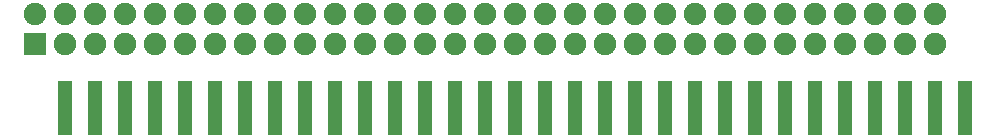
<source format=gbr>
G04 DipTrace 3.1.0.1*
G04 BottomMask.gbr*
%MOMM*%
G04 #@! TF.FileFunction,Soldermask,Bot*
G04 #@! TF.Part,Single*
%AMOUTLINE1*
4,1,4,
0.608,2.259,
-0.608,2.259,
-0.608,-2.259,
0.608,-2.259,
0.608,2.259,
0*%
%ADD20C,1.9*%
%ADD22R,1.9X1.9*%
%ADD28OUTLINE1*%
%FSLAX35Y35*%
G04*
G71*
G90*
G75*
G01*
G04 BotMask*
%LPD*%
D22*
X1254827Y1857367D3*
D20*
Y2111367D3*
X1508827Y1857367D3*
Y2111367D3*
X1762827Y1857367D3*
Y2111367D3*
X2016827Y1857367D3*
Y2111367D3*
X2270827Y1857367D3*
Y2111367D3*
X2524827Y1857367D3*
Y2111367D3*
X2778827Y1857367D3*
Y2111367D3*
X3032827Y1857367D3*
Y2111367D3*
X3286827Y1857367D3*
Y2111367D3*
X3540827Y1857367D3*
Y2111367D3*
X3794827Y1857367D3*
Y2111367D3*
X4048827Y1857367D3*
Y2111367D3*
X4302827Y1857367D3*
Y2111367D3*
X4556827Y1857367D3*
Y2111367D3*
X4810827Y1857367D3*
Y2111367D3*
X5064827Y1857367D3*
Y2111367D3*
X5318827Y1857367D3*
Y2111367D3*
X5572827Y1857367D3*
Y2111367D3*
X5826827Y1857367D3*
Y2111367D3*
X6080827Y1857367D3*
Y2111367D3*
X6334827Y1857367D3*
Y2111367D3*
X6588827Y1857367D3*
Y2111367D3*
X6842827Y1857367D3*
Y2111367D3*
X7096827Y1857367D3*
Y2111367D3*
X7350827Y1857367D3*
Y2111367D3*
X7604827Y1857367D3*
Y2111367D3*
X7858827Y1857367D3*
Y2111367D3*
X8112827Y1857367D3*
Y2111367D3*
X8366827Y1857367D3*
Y2111367D3*
X8620827Y1857367D3*
Y2111367D3*
X8874827Y1857367D3*
Y2111367D3*
D28*
X9128853Y1317533D3*
X8874853D3*
X8620853D3*
X8366853D3*
X8112853D3*
X7858853D3*
X7604853D3*
X7350853D3*
X7096853D3*
X6842853D3*
X6588853D3*
X6334853D3*
X6080853D3*
X5826853D3*
X5572853D3*
X5318853D3*
X5064853D3*
X4810853D3*
X4556853D3*
X4302853D3*
X4048853D3*
X3794853D3*
X3540853D3*
X3286853D3*
X3032853D3*
X2778853D3*
X2524853D3*
X2270853D3*
X2016853D3*
X1762853D3*
X1508853D3*
M02*

</source>
